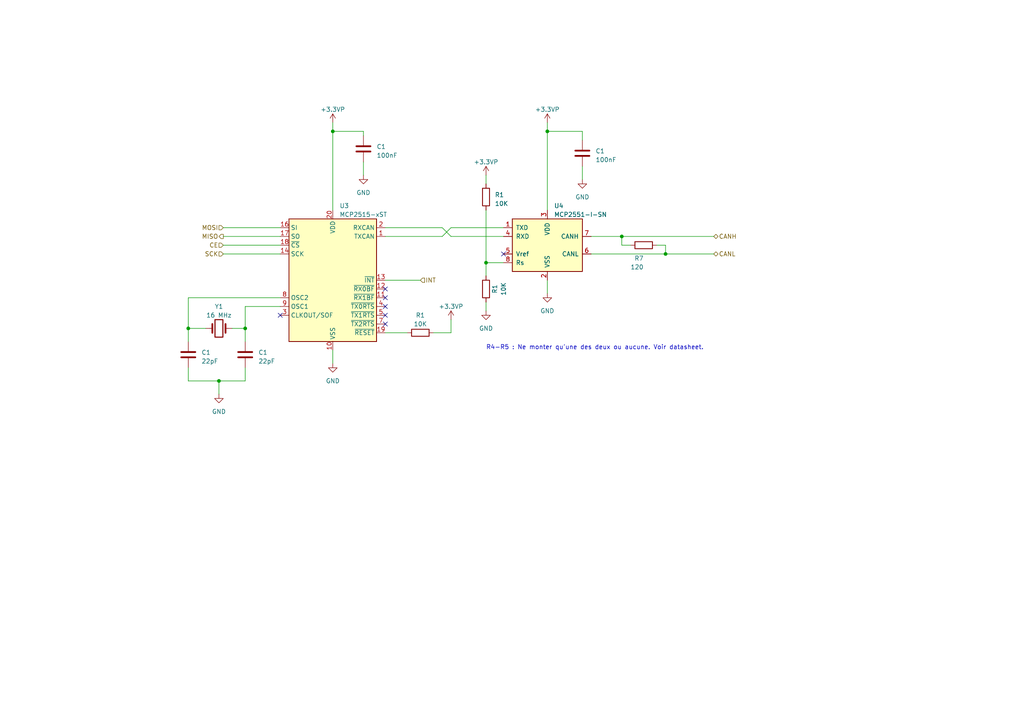
<source format=kicad_sch>
(kicad_sch (version 20230121) (generator eeschema)
  (paper "A4")
  (lib_symbols
    (symbol "Device:C" (pin_numbers hide) (pin_names (offset 0.254))
      (property "Reference" "C" (at 0.635 2.54 0))
      (property "Value" "C" (at 0.635 -2.54 0))
      (symbol "C_0_1"
        (polyline (pts (xy -2.032 -0.762) (xy 2.032 -0.762)) (stroke (width 0.508)))
        (polyline (pts (xy -2.032 0.762) (xy 2.032 0.762)) (stroke (width 0.508)))
      )
      (symbol "C_1_1"
        (pin passive line (at 0 3.81 270) (length 2.794) (name "~") (number "1"))
        (pin passive line (at 0 -3.81 90) (length 2.794) (name "~") (number "2"))
      )
    )
    (symbol "Device:Crystal" (pin_numbers hide) (pin_names (offset 1.016) hide)
      (property "Reference" "Y" (at 0 3.81 0))
      (property "Value" "Crystal" (at 0 -3.81 0))
      (symbol "Crystal_0_1"
        (rectangle (start -1.143 2.54) (end 1.143 -2.54) (stroke (width 0.3048)))
        (polyline (pts (xy -2.54 0) (xy -1.905 0)))
        (polyline (pts (xy -1.905 -1.27) (xy -1.905 1.27)) (stroke (width 0.508)))
        (polyline (pts (xy 1.905 -1.27) (xy 1.905 1.27)) (stroke (width 0.508)))
        (polyline (pts (xy 2.54 0) (xy 1.905 0)))
      )
      (symbol "Crystal_1_1"
        (pin passive line (at -3.81 0 0) (length 1.27) (name "1") (number "1"))
        (pin passive line (at 3.81 0 180) (length 1.27) (name "2") (number "2"))
      )
    )
    (symbol "Device:R" (pin_numbers hide) (pin_names (offset 0))
      (property "Reference" "R" (at 2.032 0 90))
      (property "Value" "R" (at 0 0 90))
      (symbol "R_0_1"
        (rectangle (start -1.016 -2.54) (end 1.016 2.54) (stroke (width 0.254)))
      )
      (symbol "R_1_1"
        (pin passive line (at 0 3.81 270) (length 1.27) (name "~") (number "1"))
        (pin passive line (at 0 -3.81 90) (length 1.27) (name "~") (number "2"))
      )
    )
    (symbol "Interface_CAN_LIN:MCP2515-xST"
      (property "Reference" "U" (at -10.16 19.685 0))
      (property "Value" "MCP2515-xST" (at 19.05 20.32 0))
      (symbol "MCP2515-xST_0_1"
        (rectangle (start -12.7 17.78) (end 12.7 -17.78) (stroke (width 0.254)) (fill (type background)))
      )
      (symbol "MCP2515-xST_1_1"
        (pin output line (at 15.24 12.7 180) (length 2.54) (name "TXCAN") (number "1"))
        (pin power_in line (at 0 -20.32 90) (length 2.54) (name "VSS") (number "10"))
        (pin output line (at 15.24 -5.08 180) (length 2.54) (name "~{RX1BF}") (number "11"))
        (pin output line (at 15.24 -2.54 180) (length 2.54) (name "~{RX0BF}") (number "12"))
        (pin output line (at 15.24 0 180) (length 2.54) (name "~{INT}") (number "13"))
        (pin input line (at -15.24 7.62 0) (length 2.54) (name "SCK") (number "14"))
        (pin no_connect line (at -12.7 -2.54 0) (length 2.54) hide (name "NC") (number "15"))
        (pin input line (at -15.24 15.24 0) (length 2.54) (name "SI") (number "16"))
        (pin output line (at -15.24 12.7 0) (length 2.54) (name "SO") (number "17"))
        (pin input line (at -15.24 10.16 0) (length 2.54) (name "~{CS}") (number "18"))
        (pin input line (at 15.24 -15.24 180) (length 2.54) (name "~{RESET}") (number "19"))
        (pin input line (at 15.24 15.24 180) (length 2.54) (name "RXCAN") (number "2"))
        (pin power_in line (at 0 20.32 270) (length 2.54) (name "VDD") (number "20"))
        (pin output line (at -15.24 -10.16 0) (length 2.54) (name "CLKOUT/SOF") (number "3"))
        (pin input line (at 15.24 -7.62 180) (length 2.54) (name "~{TX0RTS}") (number "4"))
        (pin input line (at 15.24 -10.16 180) (length 2.54) (name "~{TX1RTS}") (number "5"))
        (pin no_connect line (at -12.7 0 0) (length 2.54) hide (name "NC") (number "6"))
        (pin input line (at 15.24 -12.7 180) (length 2.54) (name "~{TX2RTS}") (number "7"))
        (pin output line (at -15.24 -5.08 0) (length 2.54) (name "OSC2") (number "8"))
        (pin input line (at -15.24 -7.62 0) (length 2.54) (name "OSC1") (number "9"))
      )
    )
    (symbol "Interface_CAN_LIN:MCP2551-I-SN" (pin_names (offset 1.016))
      (property "Reference" "U" (at -10.16 8.89 0))
      (property "Value" "MCP2551-I-SN" (at 2.54 8.89 0))
      (symbol "MCP2551-I-SN_0_1"
        (rectangle (start -10.16 7.62) (end 10.16 -7.62) (stroke (width 0.254)) (fill (type background)))
      )
      (symbol "MCP2551-I-SN_1_1"
        (pin input line (at -12.7 5.08 0) (length 2.54) (name "TXD") (number "1"))
        (pin power_in line (at 0 -10.16 90) (length 2.54) (name "VSS") (number "2"))
        (pin power_in line (at 0 10.16 270) (length 2.54) (name "VDD") (number "3"))
        (pin output line (at -12.7 2.54 0) (length 2.54) (name "RXD") (number "4"))
        (pin power_out line (at -12.7 -2.54 0) (length 2.54) (name "Vref") (number "5"))
        (pin bidirectional line (at 12.7 -2.54 180) (length 2.54) (name "CANL") (number "6"))
        (pin bidirectional line (at 12.7 2.54 180) (length 2.54) (name "CANH") (number "7"))
        (pin input line (at -12.7 -5.08 0) (length 2.54) (name "Rs") (number "8"))
      )
    )
    (symbol "power:+3.3VP" (power) (pin_names (offset 0))
      (property "Value" "+3.3VP" (at 0 2.54 0))
      (symbol "+3.3VP_0_0"
        (pin power_in line (at 0 0 90) (length 0) hide (name "+3.3VP") (number "1"))
      )
      (symbol "+3.3VP_0_1"
        (polyline (pts (xy -0.762 1.27) (xy 0 2.54)))
        (polyline (pts (xy 0 0) (xy 0 2.54)))
        (polyline (pts (xy 0 2.54) (xy 0.762 1.27)))
      )
    )
    (symbol "power:GND" (power) (pin_names (offset 0))
      (property "Value" "GND" (at 0 -3.81 0))
      (symbol "GND_0_1"
        (polyline (pts (xy 0 0) (xy 0 -1.27) (xy 1.27 -1.27) (xy 0 -2.54) (xy -1.27 -1.27) (xy 0 -1.27)))
      )
      (symbol "GND_1_1"
        (pin power_in line (at 0 0 270) (length 0) hide (name "GND") (number "1"))
      )
    )
  )
  (junction (at 54.61 95.25))
  (junction (at 63.5 110.49))
  (junction (at 140.97 76.2))
  (junction (at 158.75 38.1))
  (junction (at 96.52 38.1))
  (junction (at 193.04 73.66))
  (junction (at 71.12 95.25))
  (junction (at 180.34 68.58))
  (no_connect (at 111.76 88.9))
  (no_connect (at 81.28 91.44))
  (no_connect (at 111.76 93.98))
  (no_connect (at 111.76 83.82))
  (no_connect (at 111.76 86.36))
  (no_connect (at 111.76 91.44))
  (no_connect (at 146.05 73.66))
  (wire (pts (xy 105.41 46.99) (xy 105.41 50.8)))
  (wire (pts (xy 54.61 95.25) (xy 54.61 99.06)))
  (wire (pts (xy 146.05 66.04) (xy 130.81 66.04)))
  (wire (pts (xy 146.05 76.2) (xy 140.97 76.2)))
  (wire (pts (xy 171.45 68.58) (xy 180.34 68.58)))
  (wire (pts (xy 190.5 71.12) (xy 193.04 71.12)))
  (wire (pts (xy 71.12 88.9) (xy 81.28 88.9)))
  (wire (pts (xy 130.81 66.04) (xy 128.27 68.58)))
  (wire (pts (xy 71.12 99.06) (xy 71.12 95.25)))
  (wire (pts (xy 158.75 81.28) (xy 158.75 85.09)))
  (wire (pts (xy 71.12 110.49) (xy 71.12 106.68)))
  (wire (pts (xy 168.91 38.1) (xy 168.91 40.64)))
  (wire (pts (xy 140.97 76.2) (xy 140.97 80.01)))
  (wire (pts (xy 64.77 73.66) (xy 81.28 73.66)))
  (wire (pts (xy 168.91 48.26) (xy 168.91 52.07)))
  (wire (pts (xy 96.52 35.56) (xy 96.52 38.1)))
  (wire (pts (xy 193.04 71.12) (xy 193.04 73.66)))
  (wire (pts (xy 63.5 110.49) (xy 71.12 110.49)))
  (wire (pts (xy 193.04 73.66) (xy 207.01 73.66)))
  (wire (pts (xy 96.52 38.1) (xy 96.52 60.96)))
  (wire (pts (xy 64.77 71.12) (xy 81.28 71.12)))
  (wire (pts (xy 54.61 106.68) (xy 54.61 110.49)))
  (wire (pts (xy 158.75 35.56) (xy 158.75 38.1)))
  (wire (pts (xy 171.45 73.66) (xy 193.04 73.66)))
  (wire (pts (xy 54.61 95.25) (xy 59.69 95.25)))
  (wire (pts (xy 67.31 95.25) (xy 71.12 95.25)))
  (wire (pts (xy 140.97 50.8) (xy 140.97 53.34)))
  (wire (pts (xy 111.76 66.04) (xy 128.27 66.04)))
  (wire (pts (xy 63.5 110.49) (xy 63.5 114.3)))
  (wire (pts (xy 54.61 110.49) (xy 63.5 110.49)))
  (wire (pts (xy 140.97 87.63) (xy 140.97 90.17)))
  (wire (pts (xy 168.91 38.1) (xy 158.75 38.1)))
  (wire (pts (xy 71.12 95.25) (xy 71.12 88.9)))
  (wire (pts (xy 182.88 71.12) (xy 180.34 71.12)))
  (wire (pts (xy 140.97 60.96) (xy 140.97 76.2)))
  (wire (pts (xy 64.77 66.04) (xy 81.28 66.04)))
  (wire (pts (xy 111.76 96.52) (xy 118.11 96.52)))
  (wire (pts (xy 105.41 38.1) (xy 96.52 38.1)))
  (wire (pts (xy 96.52 101.6) (xy 96.52 105.41)))
  (wire (pts (xy 130.81 96.52) (xy 130.81 92.71)))
  (wire (pts (xy 158.75 38.1) (xy 158.75 60.96)))
  (wire (pts (xy 81.28 86.36) (xy 54.61 86.36)))
  (wire (pts (xy 105.41 39.37) (xy 105.41 38.1)))
  (wire (pts (xy 111.76 81.28) (xy 121.92 81.28)))
  (wire (pts (xy 125.73 96.52) (xy 130.81 96.52)))
  (wire (pts (xy 111.76 68.58) (xy 128.27 68.58)))
  (wire (pts (xy 128.27 66.04) (xy 130.81 68.58)))
  (wire (pts (xy 180.34 68.58) (xy 207.01 68.58)))
  (wire (pts (xy 180.34 71.12) (xy 180.34 68.58)))
  (wire (pts (xy 54.61 86.36) (xy 54.61 95.25)))
  (wire (pts (xy 64.77 68.58) (xy 81.28 68.58)))
  (wire (pts (xy 130.81 68.58) (xy 146.05 68.58)))
  (text "R4-R5 : Ne monter qu'une des deux ou aucune. Voir datasheet." (at 140.97 101.6 0) (effects (font (size 1.27 1.27)) (justify left bottom)))
  (hierarchical_label "SCK" (shape input) (at 64.77 73.66 180))
  (hierarchical_label "MISO" (shape output) (at 64.77 68.58 180))
  (hierarchical_label "CANH" (shape bidirectional) (at 207.01 68.58 0))
  (hierarchical_label "CE" (shape input) (at 64.77 71.12 180))
  (hierarchical_label "CANL" (shape bidirectional) (at 207.01 73.66 0))
  (hierarchical_label "INT" (shape input) (at 121.92 81.28 0))
  (hierarchical_label "MOSI" (shape input) (at 64.77 66.04 180))
  (symbol (lib_id "power:+3.3VP") (at 140.97 50.8 0) (unit 1)
    (property "Reference" "#PWR019" (effects hide))
    (property "Value" "+3.3VP" (at 140.97 46.99 0))
  )
  (symbol (lib_id "power:+3.3VP") (at 96.52 35.56 0) (unit 1)
    (property "Reference" "#PWR08" (effects hide))
    (property "Value" "+3.3VP" (at 96.52 31.75 0))
  )
  (symbol (lib_id "Device:C") (at 71.12 102.87 0) (unit 1)
    (property "Reference" "C1" (at 74.93 102.235 0) (effects (justify left)))
    (property "Value" "22pF" (at 74.93 104.775 0) (effects (justify left)))
    (property "Footprint" "Capacitor_SMD:C_0603_1608Metric_Pad1.08x0.95mm_HandSolder" (effects hide))
    (instances (project "PAMI_Mainboard_2024_v1" (path "" (reference "C1") (unit 1)) (path "" (reference "C4") (unit 1))))
  )
  (symbol (lib_id "Device:Crystal") (at 63.5 95.25 180) (unit 1)
    (property "Reference" "Y1" (at 63.5 88.9 0))
    (property "Value" "16 MHz" (at 63.5 91.44 0))
    (property "Footprint" "Crystal:Crystal_SMD_5032-2Pin_5.0x3.2mm" (effects hide))
  )
  (symbol (lib_id "power:GND") (at 96.52 105.41 0) (unit 1)
    (property "Reference" "#PWR013" (effects hide))
    (property "Value" "GND" (at 96.52 110.49 0))
  )
  (symbol (lib_id "Device:R") (at 140.97 57.15 180) (unit 1)
    (property "Reference" "R1" (at 143.51 56.515 0) (effects (justify right)))
    (property "Value" "10K" (at 143.51 59.055 0) (effects (justify right)))
    (property "Footprint" "Resistor_SMD:R_0603_1608Metric_Pad0.98x0.95mm_HandSolder" (effects hide))
    (instances (project "PAMI_Mainboard_2024_v1" (path "" (reference "R1") (unit 1)) (path "" (reference "R4") (unit 1))))
  )
  (symbol (lib_id "Device:R") (at 121.92 96.52 90) (unit 1)
    (property "Reference" "R1" (at 121.92 91.44 90))
    (property "Value" "10K" (at 121.92 93.98 90))
    (property "Footprint" "Resistor_SMD:R_0603_1608Metric_Pad0.98x0.95mm_HandSolder" (effects hide))
  )
  (symbol (lib_id "power:GND") (at 158.75 85.09 0) (unit 1)
    (property "Reference" "#PWR012" (effects hide))
    (property "Value" "GND" (at 158.75 90.17 0))
  )
  (symbol (lib_id "power:GND") (at 105.41 50.8 0) (unit 1)
    (property "Reference" "#PWR010" (effects hide))
    (property "Value" "GND" (at 105.41 55.88 0))
  )
  (symbol (lib_id "power:GND") (at 63.5 114.3 0) (unit 1)
    (property "Reference" "#PWR014" (effects hide))
    (property "Value" "GND" (at 63.5 119.38 0))
  )
  (symbol (lib_id "Interface_CAN_LIN:MCP2515-xST") (at 96.52 81.28 0) (unit 1)
    (property "Reference" "U3" (at 98.4759 59.69 0) (effects (justify left)))
    (property "Value" "MCP2515-xST" (at 98.4759 62.23 0) (effects (justify left)))
    (property "Footprint" "Package_SO:TSSOP-20_4.4x6.5mm_P0.65mm" (effects hide))
    (property "Datasheet" "http://ww1.microchip.com/downloads/en/DeviceDoc/21801e.pdf" (effects hide))
  )
  (symbol (lib_id "Interface_CAN_LIN:MCP2551-I-SN") (at 158.75 71.12 0) (unit 1)
    (property "Reference" "U4" (at 160.7059 59.69 0) (effects (justify left)))
    (property "Value" "MCP2551-I-SN" (at 160.7059 62.23 0) (effects (justify left)))
    (property "Footprint" "Package_SO:SOIC-8_3.9x4.9mm_P1.27mm" (effects hide))
    (property "Datasheet" "http://ww1.microchip.com/downloads/en/devicedoc/21667d.pdf" (effects hide))
  )
  (symbol (lib_id "power:+3.3VP") (at 130.81 92.71 0) (unit 1)
    (property "Reference" "#PWR015" (effects hide))
    (property "Value" "+3.3VP" (at 130.81 88.9 0))
  )
  (symbol (lib_id "Device:C") (at 168.91 44.45 0) (unit 1)
    (property "Reference" "C1" (at 172.72 43.815 0) (effects (justify left)))
    (property "Value" "100nF" (at 172.72 46.355 0) (effects (justify left)))
    (property "Footprint" "Capacitor_SMD:C_0603_1608Metric_Pad1.08x0.95mm_HandSolder" (effects hide))
    (instances (project "PAMI_Mainboard_2024_v1" (path "" (reference "C1") (unit 1)) (path "" (reference "C2") (unit 1))))
  )
  (symbol (lib_id "Device:C") (at 105.41 43.18 0) (unit 1)
    (property "Reference" "C1" (at 109.22 42.545 0) (effects (justify left)))
    (property "Value" "100nF" (at 109.22 45.085 0) (effects (justify left)))
    (property "Footprint" "Capacitor_SMD:C_0603_1608Metric_Pad1.08x0.95mm_HandSolder" (effects hide))
  )
  (symbol (lib_id "Device:C") (at 54.61 102.87 0) (unit 1)
    (property "Reference" "C1" (at 58.42 102.235 0) (effects (justify left)))
    (property "Value" "22pF" (at 58.42 104.775 0) (effects (justify left)))
    (property "Footprint" "Capacitor_SMD:C_0603_1608Metric_Pad1.08x0.95mm_HandSolder" (effects hide))
    (instances (project "PAMI_Mainboard_2024_v1" (path "" (reference "C1") (unit 1)) (path "" (reference "C3") (unit 1))))
  )
  (symbol (lib_id "power:GND") (at 168.91 52.07 0) (unit 1)
    (property "Reference" "#PWR011" (effects hide))
    (property "Value" "GND" (at 168.91 57.15 0))
  )
  (symbol (lib_id "Device:R") (at 186.69 71.12 270) (unit 1)
    (property "Reference" "R7" (at 186.69 74.93 90) (effects (justify right)))
    (property "Value" "120" (at 186.69 77.47 90) (effects (justify right)))
    (property "Footprint" "Resistor_SMD:R_0603_1608Metric_Pad0.98x0.95mm_HandSolder" (effects hide))
    (instances (project "PAMI_Mainboard_2024_v1" (path "" (reference "R7") (unit 1)) (path "" (reference "R15") (unit 1)) (path "" (reference "R6") (unit 1))))
  )
  (symbol (lib_id "Device:R") (at 140.97 83.82 180) (unit 1)
    (property "Reference" "R1" (at 143.51 83.82 90))
    (property "Value" "10K" (at 146.05 83.82 90))
    (property "Footprint" "Resistor_SMD:R_0603_1608Metric_Pad0.98x0.95mm_HandSolder" (effects hide))
    (instances (project "PAMI_Mainboard_2024_v1" (path "" (reference "R1") (unit 1)) (path "" (reference "R5") (unit 1))))
  )
  (symbol (lib_id "power:GND") (at 140.97 90.17 0) (unit 1)
    (property "Reference" "#PWR018" (effects hide))
    (property "Value" "GND" (at 140.97 95.25 0))
  )
  (symbol (lib_id "power:+3.3VP") (at 158.75 35.56 0) (unit 1)
    (property "Reference" "#PWR09" (effects hide))
    (property "Value" "+3.3VP" (at 158.75 31.75 0))
  )
)
</source>
